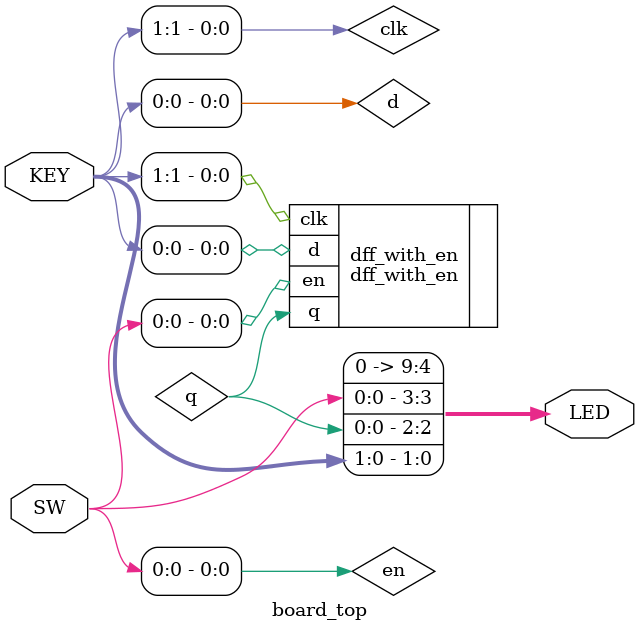
<source format=v>
module board_top
(
    input  [ 1:0] KEY,
    input  [ 9:0] SW,
    output [ 9:0] LED
);
    wire d     = KEY[0];
    wire clk   = KEY[1];
    wire en    = SW [0];
    wire q;

    dff_with_en dff_with_en
    (
        .clk   ( clk   ),
        .en    ( en    ),
        .d     ( d     ),
        .q     ( q     )
    );

    assign LED[9:0] = { 6'b0, en, q, clk, d };

endmodule

</source>
